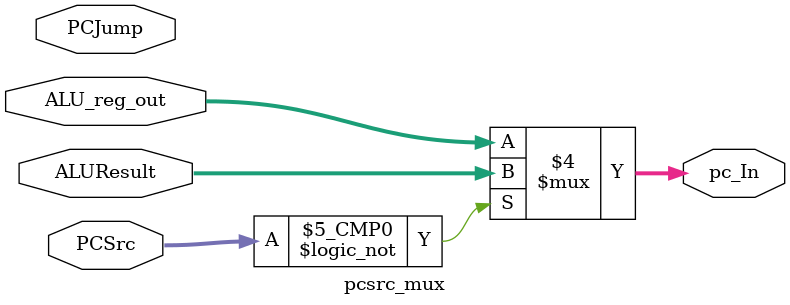
<source format=v>
`timescale 1ns / 1ps

module pcsrc_mux # ( parameter WL = 32 )
(
    input [1 : 0] PCSrc,
    input [WL - 1 : 0] ALUResult,
    input [WL - 1 : 0] ALU_reg_out,
    input [WL - 1 : 0] PCJump,
    output reg [WL - 1 : 0] pc_In
);
    always @ (*)
    begin
        case(PCSrc)
            00:  pc_In <= ALUResult;
            01:  pc_In <= ALU_reg_out;
            10:  pc_In <= PCJump;
            default:  pc_In <= ALU_reg_out;
        endcase
    end
    
endmodule

</source>
